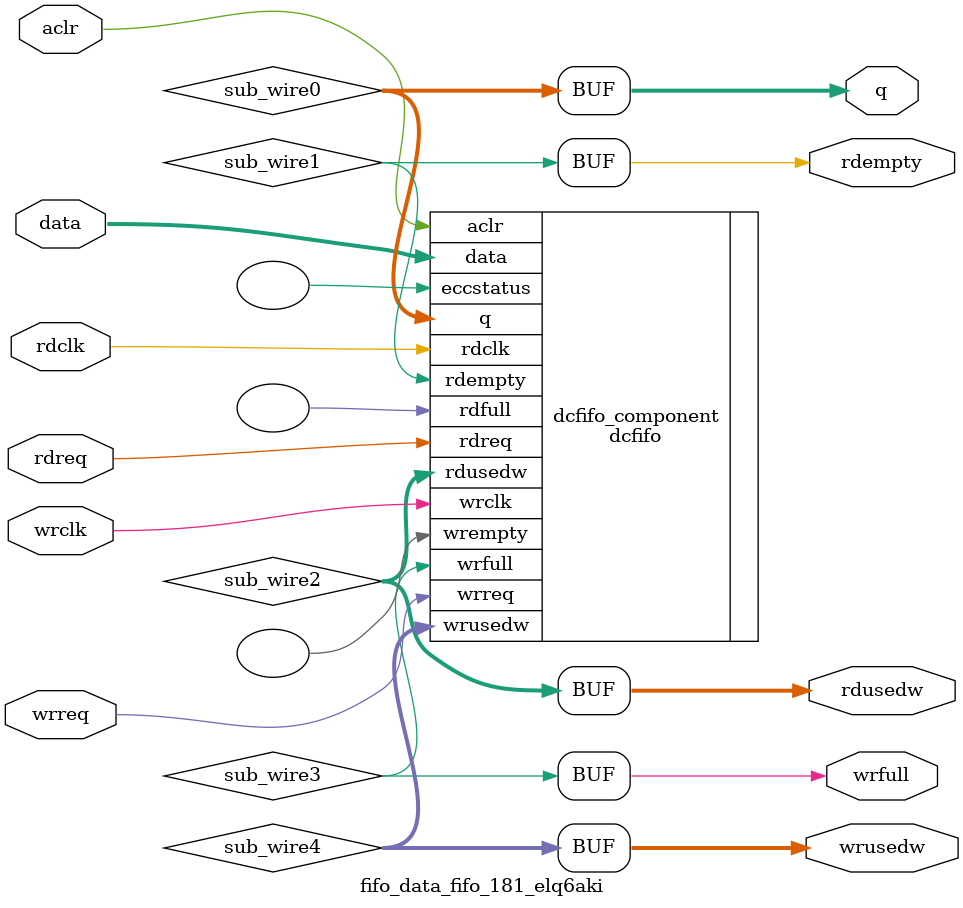
<source format=v>



`timescale 1 ps / 1 ps
// synopsys translate_on
module  fifo_data_fifo_181_elq6aki  (
    aclr,
    data,
    rdclk,
    rdreq,
    wrclk,
    wrreq,
    q,
    rdempty,
    rdusedw,
    wrfull,
    wrusedw);

    input    aclr;
    input  [531:0]  data;
    input    rdclk;
    input    rdreq;
    input    wrclk;
    input    wrreq;
    output [531:0]  q;
    output   rdempty;
    output [8:0]  rdusedw;
    output   wrfull;
    output [8:0]  wrusedw;
`ifndef ALTERA_RESERVED_QIS
// synopsys translate_off
`endif
    tri0     aclr;
`ifndef ALTERA_RESERVED_QIS
// synopsys translate_on
`endif

    wire [531:0] sub_wire0;
    wire  sub_wire1;
    wire [8:0] sub_wire2;
    wire  sub_wire3;
    wire [8:0] sub_wire4;
    wire [531:0] q = sub_wire0[531:0];
    wire  rdempty = sub_wire1;
    wire [8:0] rdusedw = sub_wire2[8:0];
    wire  wrfull = sub_wire3;
    wire [8:0] wrusedw = sub_wire4[8:0];

    dcfifo  dcfifo_component (
                .aclr (aclr),
                .data (data),
                .rdclk (rdclk),
                .rdreq (rdreq),
                .wrclk (wrclk),
                .wrreq (wrreq),
                .q (sub_wire0),
                .rdempty (sub_wire1),
                .rdusedw (sub_wire2),
                .wrfull (sub_wire3),
                .wrusedw (sub_wire4),
                .eccstatus (),
                .rdfull (),
                .wrempty ());
    defparam
        dcfifo_component.enable_ecc  = "FALSE",
        dcfifo_component.intended_device_family  = "Arria 10",
        dcfifo_component.lpm_hint  = "DISABLE_DCFIFO_EMBEDDED_TIMING_CONSTRAINT=TRUE",
        dcfifo_component.lpm_numwords  = 512,
        dcfifo_component.lpm_showahead  = "ON",
        dcfifo_component.lpm_type  = "dcfifo",
        dcfifo_component.lpm_width  = 532,
        dcfifo_component.lpm_widthu  = 9,
        dcfifo_component.overflow_checking  = "ON",
        dcfifo_component.rdsync_delaypipe  = 4,
        dcfifo_component.read_aclr_synch  = "OFF",
        dcfifo_component.underflow_checking  = "ON",
        dcfifo_component.use_eab  = "ON",
        dcfifo_component.write_aclr_synch  = "OFF",
        dcfifo_component.wrsync_delaypipe  = 4;


endmodule



</source>
